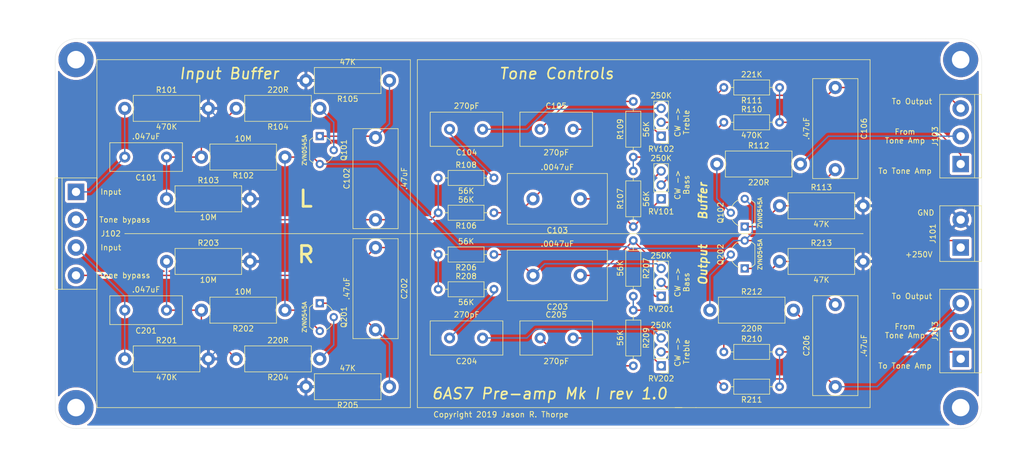
<source format=kicad_pcb>
(kicad_pcb (version 20171130) (host pcbnew "(5.1.4-0-10_14)")
  (layers (0 F.Cu signal) (31 B.Cu signal) (34 B.Paste user) (35 F.Paste user) (36 B.SilkS user) (37 F.SilkS user) (38 B.Mask user) (39 F.Mask user) (44 Edge.Cuts user))
  (net 0 "")
  (net 1 "Net-(C101-Pad1)")
  (net 2 L_buffer_input)
  (net 3 "Net-(C102-Pad2)")
  (net 4 L_buffer_output)
  (net 5 "Net-(C103-Pad2)")
  (net 6 "Net-(C103-Pad1)")
  (net 7 "Net-(C104-Pad1)")
  (net 8 "Net-(C104-Pad2)")
  (net 9 "Net-(C105-Pad2)")
  (net 10 "Net-(C105-Pad1)")
  (net 11 "Net-(C106-Pad2)")
  (net 12 L_tone_output)
  (net 13 R_buffer_input)
  (net 14 "Net-(C201-Pad1)")
  (net 15 R_buffer_output)
  (net 16 "Net-(C202-Pad2)")
  (net 17 "Net-(C203-Pad1)")
  (net 18 "Net-(C203-Pad2)")
  (net 19 "Net-(C204-Pad1)")
  (net 20 "Net-(C204-Pad2)")
  (net 21 "Net-(C205-Pad2)")
  (net 22 "Net-(C205-Pad1)")
  (net 23 R_tone_output)
  (net 24 "Net-(C206-Pad2)")
  (net 25 +250V)
  (net 26 GND)
  (net 27 L_tone_amp_output)
  (net 28 L_tone_amp_input)
  (net 29 R_tone_amp_input)
  (net 30 R_tone_amp_output)
  (net 31 "Net-(Q101-Pad2)")
  (net 32 "Net-(Q102-Pad2)")
  (net 33 "Net-(Q201-Pad2)")
  (net 34 "Net-(Q202-Pad2)")
  (net 35 "Net-(R110-Pad1)")
  (net 36 "Net-(R111-Pad2)")
  (net 37 "Net-(R210-Pad1)")
  (net 38 "Net-(R211-Pad2)")
  (module Package_TO_SOT_THT:TO-92_Wide (layer F.Cu) (at 88.9 97.79 270)
    (fp_text reference Q101 (at 2.54 -4.4 90) (layer F.SilkS))
    (fp_text value ZVN0545A (at 2.54 2.79 90) (layer F.SilkS) (effects (font (size 0.75 0.75))))
    (pad 1 thru_hole rect (at 0 0) (size 1.5 1.5) (drill 0.8) (layers *.Cu *.Mask) (net 3 "Net-(C102-Pad2)"))
    (pad 3 thru_hole circle (at 5.08 0) (size 1.5 1.5) (drill 0.8) (layers *.Cu *.Mask) (net 25 +250V))
    (pad 2 thru_hole circle (at 2.54 -2.54) (size 1.5 1.5) (drill 0.8) (layers *.Cu *.Mask) (net 31 "Net-(Q101-Pad2)"))
  )
  (module Package_TO_SOT_THT:TO-92_Wide (layer F.Cu) (at 166.37 114.3 90)
    (fp_text reference Q102 (at 2.54 -4.4 90) (layer F.SilkS))
    (fp_text value ZVN0545A (at 2.54 2.79 90) (layer F.SilkS) (effects (font (size 0.75 0.75))))
    (pad 1 thru_hole rect (at 0 0 180) (size 1.5 1.5) (drill 0.8) (layers *.Cu *.Mask) (net 11 "Net-(C106-Pad2)"))
    (pad 3 thru_hole circle (at 5.08 0 180) (size 1.5 1.5) (drill 0.8) (layers *.Cu *.Mask) (net 25 +250V))
    (pad 2 thru_hole circle (at 2.54 -2.54 180) (size 1.5 1.5) (drill 0.8) (layers *.Cu *.Mask) (net 32 "Net-(Q102-Pad2)"))
  )
  (module Package_TO_SOT_THT:TO-92_Wide (layer F.Cu) (at 88.9 128.27 270)
    (fp_text reference Q201 (at 2.54 -4.4 90) (layer F.SilkS))
    (fp_text value ZVN0545A (at 2.54 2.79 90) (layer F.SilkS) (effects (font (size 0.75 0.75))))
    (pad 1 thru_hole rect (at 0 0) (size 1.5 1.5) (drill 0.8) (layers *.Cu *.Mask) (net 16 "Net-(C202-Pad2)"))
    (pad 3 thru_hole circle (at 5.08 0) (size 1.5 1.5) (drill 0.8) (layers *.Cu *.Mask) (net 25 +250V))
    (pad 2 thru_hole circle (at 2.54 -2.54) (size 1.5 1.5) (drill 0.8) (layers *.Cu *.Mask) (net 33 "Net-(Q201-Pad2)"))
  )
  (module Package_TO_SOT_THT:TO-92_Wide (layer F.Cu) (at 166.37 121.92 90)
    (fp_text reference Q202 (at 2.54 -4.4 90) (layer F.SilkS))
    (fp_text value ZVN0545A (at 2.54 2.79 90) (layer F.SilkS) (effects (font (size 0.75 0.75))))
    (pad 1 thru_hole rect (at 0 0 180) (size 1.5 1.5) (drill 0.8) (layers *.Cu *.Mask) (net 24 "Net-(C206-Pad2)"))
    (pad 3 thru_hole circle (at 5.08 0 180) (size 1.5 1.5) (drill 0.8) (layers *.Cu *.Mask) (net 25 +250V))
    (pad 2 thru_hole circle (at 2.54 -2.54 180) (size 1.5 1.5) (drill 0.8) (layers *.Cu *.Mask) (net 34 "Net-(Q202-Pad2)"))
  )
  (module Resistor_THT:R_Axial_DIN0414_L11.9mm_D4.5mm_P15.24mm_Horizontal (layer F.Cu) (at 88.9 138.43 180)
    (fp_text reference R204 (at 7.62 -3.37) (layer F.SilkS))
    (fp_text value 220R (at 7.62 3.37) (layer F.SilkS))
    (pad 2 thru_hole oval (at 15.24 0 180) (size 2.4 2.4) (drill 1.2) (layers *.Cu *.Mask) (net 14 "Net-(C201-Pad1)"))
    (pad 1 thru_hole circle (at 0 0 180) (size 2.4 2.4) (drill 1.2) (layers *.Cu *.Mask) (net 33 "Net-(Q201-Pad2)"))
  )
  (module MountingHole:MountingHole_3.2mm_M3_Pad (layer F.Cu) (at 205.74 83.82)
    (fp_text reference REF** hide)
    (fp_text value MountingHole_3.2mm_M3_Pad hide)
    (pad 1 thru_hole circle (at 0 0) (size 6.4 6.4) (drill 3.2) (layers *.Cu *.Mask))
  )
  (module MountingHole:MountingHole_3.2mm_M3_Pad (layer F.Cu) (at 205.74 147.32)
    (fp_text reference REF** hide)
    (fp_text value MountingHole_3.2mm_M3_Pad hide)
    (pad 1 thru_hole circle (at 0 0) (size 6.4 6.4) (drill 3.2) (layers *.Cu *.Mask))
  )
  (module MountingHole:MountingHole_3.2mm_M3_Pad (layer F.Cu) (at 44.45 147.32)
    (fp_text reference REF** hide)
    (fp_text value MountingHole_3.2mm_M3_Pad hide)
    (pad 1 thru_hole circle (at 0 0) (size 6.4 6.4) (drill 3.2) (layers *.Cu *.Mask))
  )
  (module MountingHole:MountingHole_3.2mm_M3_Pad (layer F.Cu) (at 44.45 83.82)
    (fp_text reference REF** hide)
    (fp_text value MountingHole_3.2mm_M3_Pad hide)
    (pad 1 thru_hole circle (at 0 0) (size 6.4 6.4) (drill 3.2) (layers *.Cu *.Mask))
  )
  (module jrt-Capacitors:C_Rect_L13.0mm_W5.0mm_P7.50mm (layer F.Cu) (at 62.23 101.6 180)
    (fp_text reference C101 (at 5 -3.75) (layer F.SilkS))
    (fp_text value .047uF (at 5 3.75) (layer F.SilkS))
    (pad 1 thru_hole circle (at 1.27 0 180) (size 2 2) (drill 1) (layers *.Cu *.Mask) (net 1 "Net-(C101-Pad1)"))
    (pad 2 thru_hole circle (at 8.89 0 180) (size 2 2) (drill 1) (layers *.Cu *.Mask) (net 2 L_buffer_input))
  )
  (module Capacitor_THT:C_Rect_L18.0mm_W8.0mm_P15.00mm_FKS3_FKP3 (layer F.Cu) (at 99.06 113.03 90)
    (fp_text reference C102 (at 7.5 -5.25 90) (layer F.SilkS))
    (fp_text value .47uF (at 7.5 5.25 90) (layer F.SilkS))
    (pad 2 thru_hole circle (at 15 0 90) (size 2.4 2.4) (drill 1.2) (layers *.Cu *.Mask) (net 3 "Net-(C102-Pad2)"))
    (pad 1 thru_hole circle (at 0 0 90) (size 2.4 2.4) (drill 1.2) (layers *.Cu *.Mask) (net 4 L_buffer_output))
  )
  (module jrt-Capacitors:C_Rect_L18.0mm_W9.0mm_P8.70mm (layer F.Cu) (at 139.7 109.22 180)
    (fp_text reference C103 (at 7.5 -5.75) (layer F.SilkS))
    (fp_text value .0047uF (at 7.5 5.75) (layer F.SilkS))
    (pad 2 thru_hole circle (at 11.93 0 180) (size 2.4 2.4) (drill 1.2) (layers *.Cu *.Mask) (net 5 "Net-(C103-Pad2)"))
    (pad 1 thru_hole circle (at 3.31 0 180) (size 2.4 2.4) (drill 1.2) (layers *.Cu *.Mask) (net 6 "Net-(C103-Pad1)"))
  )
  (module jrt-Capacitors:C_Rect_L13.0mm_W6.0mm_P5.90mm (layer F.Cu) (at 120.65 96.52 180)
    (fp_text reference C104 (at 5 -4.25) (layer F.SilkS))
    (fp_text value 270pF (at 5 4.25) (layer F.SilkS))
    (pad 1 thru_hole circle (at 2.07 0 180) (size 2 2) (drill 1) (layers *.Cu *.Mask) (net 7 "Net-(C104-Pad1)"))
    (pad 2 thru_hole circle (at 8.09 0 180) (size 2 2) (drill 1) (layers *.Cu *.Mask) (net 8 "Net-(C104-Pad2)"))
  )
  (module jrt-Capacitors:C_Rect_L13.0mm_W6.0mm_P5.90mm (layer F.Cu) (at 127 96.52)
    (fp_text reference C105 (at 5 -4.25) (layer F.SilkS))
    (fp_text value 270pF (at 5 4.25) (layer F.SilkS))
    (pad 2 thru_hole circle (at 8.09 0) (size 2 2) (drill 1) (layers *.Cu *.Mask) (net 9 "Net-(C105-Pad2)"))
    (pad 1 thru_hole circle (at 2.07 0) (size 2 2) (drill 1) (layers *.Cu *.Mask) (net 10 "Net-(C105-Pad1)"))
  )
  (module Capacitor_THT:C_Rect_L18.0mm_W8.0mm_P15.00mm_FKS3_FKP3 (layer F.Cu) (at 182.88 88.9 270)
    (fp_text reference C106 (at 7.5 -5.25 90) (layer F.SilkS))
    (fp_text value .47uF (at 7.5 5.25 90) (layer F.SilkS))
    (pad 2 thru_hole circle (at 15 0 270) (size 2.4 2.4) (drill 1.2) (layers *.Cu *.Mask) (net 11 "Net-(C106-Pad2)"))
    (pad 1 thru_hole circle (at 0 0 270) (size 2.4 2.4) (drill 1.2) (layers *.Cu *.Mask) (net 12 L_tone_output))
  )
  (module jrt-Capacitors:C_Rect_L13.0mm_W5.0mm_P7.50mm (layer F.Cu) (at 62.23 129.54 180)
    (fp_text reference C201 (at 5 -3.75) (layer F.SilkS))
    (fp_text value .047uF (at 5 3.75) (layer F.SilkS))
    (pad 2 thru_hole circle (at 8.89 0 180) (size 2 2) (drill 1) (layers *.Cu *.Mask) (net 13 R_buffer_input))
    (pad 1 thru_hole circle (at 1.27 0 180) (size 2 2) (drill 1) (layers *.Cu *.Mask) (net 14 "Net-(C201-Pad1)"))
  )
  (module Capacitor_THT:C_Rect_L18.0mm_W8.0mm_P15.00mm_FKS3_FKP3 (layer F.Cu) (at 99.06 118.11 270)
    (fp_text reference C202 (at 7.5 -5.25 90) (layer F.SilkS))
    (fp_text value .47uF (at 7.5 5.25 90) (layer F.SilkS))
    (pad 1 thru_hole circle (at 0 0 270) (size 2.4 2.4) (drill 1.2) (layers *.Cu *.Mask) (net 15 R_buffer_output))
    (pad 2 thru_hole circle (at 15 0 270) (size 2.4 2.4) (drill 1.2) (layers *.Cu *.Mask) (net 16 "Net-(C202-Pad2)"))
  )
  (module jrt-Capacitors:C_Rect_L18.0mm_W9.0mm_P8.70mm (layer F.Cu) (at 139.7 123.19 180)
    (fp_text reference C203 (at 7.5 -5.75) (layer F.SilkS))
    (fp_text value .0047uF (at 7.5 5.75) (layer F.SilkS))
    (pad 1 thru_hole circle (at 3.31 0 180) (size 2.4 2.4) (drill 1.2) (layers *.Cu *.Mask) (net 17 "Net-(C203-Pad1)"))
    (pad 2 thru_hole circle (at 11.93 0 180) (size 2.4 2.4) (drill 1.2) (layers *.Cu *.Mask) (net 18 "Net-(C203-Pad2)"))
  )
  (module jrt-Capacitors:C_Rect_L13.0mm_W6.0mm_P5.90mm (layer F.Cu) (at 120.65 134.62 180)
    (fp_text reference C204 (at 5 -4.25) (layer F.SilkS))
    (fp_text value 270pF (at 5 4.25) (layer F.SilkS))
    (pad 1 thru_hole circle (at 2.07 0 180) (size 2 2) (drill 1) (layers *.Cu *.Mask) (net 19 "Net-(C204-Pad1)"))
    (pad 2 thru_hole circle (at 8.09 0 180) (size 2 2) (drill 1) (layers *.Cu *.Mask) (net 20 "Net-(C204-Pad2)"))
  )
  (module jrt-Capacitors:C_Rect_L13.0mm_W6.0mm_P5.90mm (layer F.Cu) (at 127 134.62)
    (fp_text reference C205 (at 5 -4.25) (layer F.SilkS))
    (fp_text value 270pF (at 5 4.25) (layer F.SilkS))
    (pad 2 thru_hole circle (at 8.09 0) (size 2 2) (drill 1) (layers *.Cu *.Mask) (net 21 "Net-(C205-Pad2)"))
    (pad 1 thru_hole circle (at 2.07 0) (size 2 2) (drill 1) (layers *.Cu *.Mask) (net 22 "Net-(C205-Pad1)"))
  )
  (module Capacitor_THT:C_Rect_L18.0mm_W8.0mm_P15.00mm_FKS3_FKP3 (layer F.Cu) (at 182.88 143.51 90)
    (fp_text reference C206 (at 7.5 -5.25 90) (layer F.SilkS))
    (fp_text value .47uF (at 7.5 5.25 90) (layer F.SilkS))
    (pad 1 thru_hole circle (at 0 0 90) (size 2.4 2.4) (drill 1.2) (layers *.Cu *.Mask) (net 23 R_tone_output))
    (pad 2 thru_hole circle (at 15 0 90) (size 2.4 2.4) (drill 1.2) (layers *.Cu *.Mask) (net 24 "Net-(C206-Pad2)"))
  )
  (module TerminalBlock:TerminalBlock_bornier-2_P5.08mm (layer F.Cu) (at 205.74 118.11 90)
    (fp_text reference J101 (at 2.54 -5.08 90) (layer F.SilkS))
    (fp_text value Screw_Terminal_01x02)
    (pad 1 thru_hole rect (at 0 0 90) (size 3 3) (drill 1.52) (layers *.Cu *.Mask) (net 25 +250V))
    (pad 2 thru_hole circle (at 5.08 0 90) (size 3 3) (drill 1.52) (layers *.Cu *.Mask) (net 26 GND))
  )
  (module TerminalBlock:TerminalBlock_bornier-4_P5.08mm (layer F.Cu) (at 44.45 107.95 270)
    (fp_text reference J102 (at 7.62 -6.35 180) (layer F.SilkS))
    (fp_text value Screw_Terminal_01x04)
    (pad 2 thru_hole circle (at 5.08 0 270) (size 3 3) (drill 1.52) (layers *.Cu *.Mask) (net 4 L_buffer_output))
    (pad 3 thru_hole circle (at 10.16 0 270) (size 3 3) (drill 1.52) (layers *.Cu *.Mask) (net 13 R_buffer_input))
    (pad 1 thru_hole rect (at 0 0 270) (size 3 3) (drill 1.52) (layers *.Cu *.Mask) (net 2 L_buffer_input))
    (pad 4 thru_hole circle (at 15.24 0 270) (size 3 3) (drill 1.52) (layers *.Cu *.Mask) (net 15 R_buffer_output))
  )
  (module TerminalBlock:TerminalBlock_bornier-3_P5.08mm (layer F.Cu) (at 205.74 102.87 90)
    (fp_text reference J103 (at 5.05 -4.65 90) (layer F.SilkS))
    (fp_text value Screw_Terminal_01x03)
    (pad 3 thru_hole circle (at 10.16 0 90) (size 3 3) (drill 1.52) (layers *.Cu *.Mask) (net 12 L_tone_output))
    (pad 2 thru_hole circle (at 5.08 0 90) (size 3 3) (drill 1.52) (layers *.Cu *.Mask) (net 27 L_tone_amp_output))
    (pad 1 thru_hole rect (at 0 0 90) (size 3 3) (drill 1.52) (layers *.Cu *.Mask) (net 28 L_tone_amp_input))
  )
  (module TerminalBlock:TerminalBlock_bornier-3_P5.08mm (layer F.Cu) (at 205.74 138.43 90)
    (fp_text reference J203 (at 5.05 -4.65 90) (layer F.SilkS))
    (fp_text value Screw_Terminal_01x03)
    (pad 1 thru_hole rect (at 0 0 90) (size 3 3) (drill 1.52) (layers *.Cu *.Mask) (net 29 R_tone_amp_input))
    (pad 2 thru_hole circle (at 5.08 0 90) (size 3 3) (drill 1.52) (layers *.Cu *.Mask) (net 30 R_tone_amp_output))
    (pad 3 thru_hole circle (at 10.16 0 90) (size 3 3) (drill 1.52) (layers *.Cu *.Mask) (net 23 R_tone_output))
  )
  (module Resistor_THT:R_Axial_DIN0414_L11.9mm_D4.5mm_P15.24mm_Horizontal (layer F.Cu) (at 53.34 92.71)
    (fp_text reference R101 (at 7.62 -3.37) (layer F.SilkS))
    (fp_text value 470K (at 7.62 3.37) (layer F.SilkS))
    (pad 1 thru_hole circle (at 0 0) (size 2.4 2.4) (drill 1.2) (layers *.Cu *.Mask) (net 2 L_buffer_input))
    (pad 2 thru_hole oval (at 15.24 0) (size 2.4 2.4) (drill 1.2) (layers *.Cu *.Mask) (net 26 GND))
  )
  (module Resistor_THT:R_Axial_DIN0414_L11.9mm_D4.5mm_P15.24mm_Horizontal (layer F.Cu) (at 82.55 101.6 180)
    (fp_text reference R102 (at 7.62 -3.37) (layer F.SilkS))
    (fp_text value 10M (at 7.62 3.37) (layer F.SilkS))
    (pad 1 thru_hole circle (at 0 0 180) (size 2.4 2.4) (drill 1.2) (layers *.Cu *.Mask) (net 25 +250V))
    (pad 2 thru_hole oval (at 15.24 0 180) (size 2.4 2.4) (drill 1.2) (layers *.Cu *.Mask) (net 1 "Net-(C101-Pad1)"))
  )
  (module Resistor_THT:R_Axial_DIN0414_L11.9mm_D4.5mm_P15.24mm_Horizontal (layer F.Cu) (at 60.96 109.22)
    (fp_text reference R103 (at 7.62 -3.37) (layer F.SilkS))
    (fp_text value 10M (at 7.62 3.37) (layer F.SilkS))
    (pad 2 thru_hole oval (at 15.24 0) (size 2.4 2.4) (drill 1.2) (layers *.Cu *.Mask) (net 26 GND))
    (pad 1 thru_hole circle (at 0 0) (size 2.4 2.4) (drill 1.2) (layers *.Cu *.Mask) (net 1 "Net-(C101-Pad1)"))
  )
  (module Resistor_THT:R_Axial_DIN0414_L11.9mm_D4.5mm_P15.24mm_Horizontal (layer F.Cu) (at 88.9 92.71 180)
    (fp_text reference R104 (at 7.62 -3.37) (layer F.SilkS))
    (fp_text value 220R (at 7.62 3.37) (layer F.SilkS))
    (pad 1 thru_hole circle (at 0 0 180) (size 2.4 2.4) (drill 1.2) (layers *.Cu *.Mask) (net 31 "Net-(Q101-Pad2)"))
    (pad 2 thru_hole oval (at 15.24 0 180) (size 2.4 2.4) (drill 1.2) (layers *.Cu *.Mask) (net 1 "Net-(C101-Pad1)"))
  )
  (module Resistor_THT:R_Axial_DIN0414_L11.9mm_D4.5mm_P15.24mm_Horizontal (layer F.Cu) (at 101.6 87.63 180)
    (fp_text reference R105 (at 7.62 -3.37) (layer F.SilkS))
    (fp_text value 47K (at 7.62 3.37) (layer F.SilkS))
    (pad 2 thru_hole oval (at 15.24 0 180) (size 2.4 2.4) (drill 1.2) (layers *.Cu *.Mask) (net 26 GND))
    (pad 1 thru_hole circle (at 0 0 180) (size 2.4 2.4) (drill 1.2) (layers *.Cu *.Mask) (net 3 "Net-(C102-Pad2)"))
  )
  (module Resistor_THT:R_Axial_DIN0207_L6.3mm_D2.5mm_P10.16mm_Horizontal (layer F.Cu) (at 120.65 111.76 180)
    (fp_text reference R106 (at 5.08 -2.37) (layer F.SilkS))
    (fp_text value 56K (at 5.08 2.37) (layer F.SilkS))
    (pad 2 thru_hole oval (at 10.16 0 180) (size 1.6 1.6) (drill 0.8) (layers *.Cu *.Mask) (net 4 L_buffer_output))
    (pad 1 thru_hole circle (at 0 0 180) (size 1.6 1.6) (drill 0.8) (layers *.Cu *.Mask) (net 5 "Net-(C103-Pad2)"))
  )
  (module Resistor_THT:R_Axial_DIN0207_L6.3mm_D2.5mm_P10.16mm_Horizontal (layer F.Cu) (at 146.05 114.3 90)
    (fp_text reference R107 (at 5.08 -2.37 90) (layer F.SilkS))
    (fp_text value 56K (at 5.08 2.37 90) (layer F.SilkS))
    (pad 2 thru_hole oval (at 10.16 0 90) (size 1.6 1.6) (drill 0.8) (layers *.Cu *.Mask) (net 12 L_tone_output))
    (pad 1 thru_hole circle (at 0 0 90) (size 1.6 1.6) (drill 0.8) (layers *.Cu *.Mask) (net 6 "Net-(C103-Pad1)"))
  )
  (module Resistor_THT:R_Axial_DIN0207_L6.3mm_D2.5mm_P10.16mm_Horizontal (layer F.Cu) (at 110.49 105.41)
    (fp_text reference R108 (at 5.08 -2.37) (layer F.SilkS))
    (fp_text value 56K (at 5.08 2.37) (layer F.SilkS))
    (pad 1 thru_hole circle (at 0 0) (size 1.6 1.6) (drill 0.8) (layers *.Cu *.Mask) (net 4 L_buffer_output))
    (pad 2 thru_hole oval (at 10.16 0) (size 1.6 1.6) (drill 0.8) (layers *.Cu *.Mask) (net 8 "Net-(C104-Pad2)"))
  )
  (module Resistor_THT:R_Axial_DIN0207_L6.3mm_D2.5mm_P10.16mm_Horizontal (layer F.Cu) (at 146.05 101.6 90)
    (fp_text reference R109 (at 5.08 -2.37 90) (layer F.SilkS))
    (fp_text value 56K (at 5.08 2.37 90) (layer F.SilkS))
    (pad 1 thru_hole circle (at 0 0 90) (size 1.6 1.6) (drill 0.8) (layers *.Cu *.Mask) (net 12 L_tone_output))
    (pad 2 thru_hole oval (at 10.16 0 90) (size 1.6 1.6) (drill 0.8) (layers *.Cu *.Mask) (net 10 "Net-(C105-Pad1)"))
  )
  (module Resistor_THT:R_Axial_DIN0207_L6.3mm_D2.5mm_P10.16mm_Horizontal (layer F.Cu) (at 162.56 95.25)
    (fp_text reference R110 (at 5.08 -2.37) (layer F.SilkS))
    (fp_text value 470K (at 5.08 2.37) (layer F.SilkS))
    (pad 1 thru_hole circle (at 0 0) (size 1.6 1.6) (drill 0.8) (layers *.Cu *.Mask) (net 35 "Net-(R110-Pad1)"))
    (pad 2 thru_hole oval (at 10.16 0) (size 1.6 1.6) (drill 0.8) (layers *.Cu *.Mask) (net 28 L_tone_amp_input))
  )
  (module Resistor_THT:R_Axial_DIN0207_L6.3mm_D2.5mm_P10.16mm_Horizontal (layer F.Cu) (at 172.72 88.9 180)
    (fp_text reference R111 (at 5.08 -2.37) (layer F.SilkS))
    (fp_text value 221K (at 5.08 2.37) (layer F.SilkS))
    (pad 2 thru_hole oval (at 10.16 0 180) (size 1.6 1.6) (drill 0.8) (layers *.Cu *.Mask) (net 36 "Net-(R111-Pad2)"))
    (pad 1 thru_hole circle (at 0 0 180) (size 1.6 1.6) (drill 0.8) (layers *.Cu *.Mask) (net 28 L_tone_amp_input))
  )
  (module Resistor_THT:R_Axial_DIN0414_L11.9mm_D4.5mm_P15.24mm_Horizontal (layer F.Cu) (at 161.29 102.87)
    (fp_text reference R112 (at 7.62 -3.37) (layer F.SilkS))
    (fp_text value 220R (at 7.62 3.37) (layer F.SilkS))
    (pad 2 thru_hole oval (at 15.24 0) (size 2.4 2.4) (drill 1.2) (layers *.Cu *.Mask) (net 27 L_tone_amp_output))
    (pad 1 thru_hole circle (at 0 0) (size 2.4 2.4) (drill 1.2) (layers *.Cu *.Mask) (net 32 "Net-(Q102-Pad2)"))
  )
  (module Resistor_THT:R_Axial_DIN0414_L11.9mm_D4.5mm_P15.24mm_Horizontal (layer F.Cu) (at 172.72 110.49)
    (fp_text reference R113 (at 7.62 -3.37) (layer F.SilkS))
    (fp_text value 47K (at 7.62 3.37) (layer F.SilkS))
    (pad 1 thru_hole circle (at 0 0) (size 2.4 2.4) (drill 1.2) (layers *.Cu *.Mask) (net 11 "Net-(C106-Pad2)"))
    (pad 2 thru_hole oval (at 15.24 0) (size 2.4 2.4) (drill 1.2) (layers *.Cu *.Mask) (net 26 GND))
  )
  (module Resistor_THT:R_Axial_DIN0414_L11.9mm_D4.5mm_P15.24mm_Horizontal (layer F.Cu) (at 53.34 138.43)
    (fp_text reference R201 (at 7.62 -3.37) (layer F.SilkS))
    (fp_text value 470K (at 7.62 3.37) (layer F.SilkS))
    (pad 2 thru_hole oval (at 15.24 0) (size 2.4 2.4) (drill 1.2) (layers *.Cu *.Mask) (net 26 GND))
    (pad 1 thru_hole circle (at 0 0) (size 2.4 2.4) (drill 1.2) (layers *.Cu *.Mask) (net 13 R_buffer_input))
  )
  (module Resistor_THT:R_Axial_DIN0414_L11.9mm_D4.5mm_P15.24mm_Horizontal (layer F.Cu) (at 82.55 129.54 180)
    (fp_text reference R202 (at 7.62 -3.37) (layer F.SilkS))
    (fp_text value 10M (at 7.62 3.37) (layer F.SilkS))
    (pad 1 thru_hole circle (at 0 0 180) (size 2.4 2.4) (drill 1.2) (layers *.Cu *.Mask) (net 25 +250V))
    (pad 2 thru_hole oval (at 15.24 0 180) (size 2.4 2.4) (drill 1.2) (layers *.Cu *.Mask) (net 14 "Net-(C201-Pad1)"))
  )
  (module Resistor_THT:R_Axial_DIN0414_L11.9mm_D4.5mm_P15.24mm_Horizontal (layer F.Cu) (at 60.96 120.65)
    (fp_text reference R203 (at 7.62 -3.37) (layer F.SilkS))
    (fp_text value 10M (at 7.62 3.37) (layer F.SilkS))
    (pad 2 thru_hole oval (at 15.24 0) (size 2.4 2.4) (drill 1.2) (layers *.Cu *.Mask) (net 26 GND))
    (pad 1 thru_hole circle (at 0 0) (size 2.4 2.4) (drill 1.2) (layers *.Cu *.Mask) (net 14 "Net-(C201-Pad1)"))
  )
  (module Resistor_THT:R_Axial_DIN0414_L11.9mm_D4.5mm_P15.24mm_Horizontal (layer F.Cu) (at 101.6 143.51 180)
    (fp_text reference R205 (at 7.62 -3.37) (layer F.SilkS))
    (fp_text value 47K (at 7.62 3.37) (layer F.SilkS))
    (pad 1 thru_hole circle (at 0 0 180) (size 2.4 2.4) (drill 1.2) (layers *.Cu *.Mask) (net 16 "Net-(C202-Pad2)"))
    (pad 2 thru_hole oval (at 15.24 0 180) (size 2.4 2.4) (drill 1.2) (layers *.Cu *.Mask) (net 26 GND))
  )
  (module Resistor_THT:R_Axial_DIN0207_L6.3mm_D2.5mm_P10.16mm_Horizontal (layer F.Cu) (at 120.65 119.38 180)
    (fp_text reference R206 (at 5.08 -2.37) (layer F.SilkS))
    (fp_text value 56K (at 5.08 2.37) (layer F.SilkS))
    (pad 2 thru_hole oval (at 10.16 0 180) (size 1.6 1.6) (drill 0.8) (layers *.Cu *.Mask) (net 15 R_buffer_output))
    (pad 1 thru_hole circle (at 0 0 180) (size 1.6 1.6) (drill 0.8) (layers *.Cu *.Mask) (net 18 "Net-(C203-Pad2)"))
  )
  (module Resistor_THT:R_Axial_DIN0207_L6.3mm_D2.5mm_P10.16mm_Horizontal (layer F.Cu) (at 146.05 116.84 270)
    (fp_text reference R207 (at 5.08 -2.37 90) (layer F.SilkS))
    (fp_text value 56K (at 5.08 2.37 90) (layer F.SilkS))
    (pad 1 thru_hole circle (at 0 0 270) (size 1.6 1.6) (drill 0.8) (layers *.Cu *.Mask) (net 17 "Net-(C203-Pad1)"))
    (pad 2 thru_hole oval (at 10.16 0 270) (size 1.6 1.6) (drill 0.8) (layers *.Cu *.Mask) (net 23 R_tone_output))
  )
  (module Resistor_THT:R_Axial_DIN0207_L6.3mm_D2.5mm_P10.16mm_Horizontal (layer F.Cu) (at 110.49 125.73)
    (fp_text reference R208 (at 5.08 -2.37) (layer F.SilkS))
    (fp_text value 56K (at 5.08 2.37) (layer F.SilkS))
    (pad 1 thru_hole circle (at 0 0) (size 1.6 1.6) (drill 0.8) (layers *.Cu *.Mask) (net 15 R_buffer_output))
    (pad 2 thru_hole oval (at 10.16 0) (size 1.6 1.6) (drill 0.8) (layers *.Cu *.Mask) (net 20 "Net-(C204-Pad2)"))
  )
  (module Resistor_THT:R_Axial_DIN0207_L6.3mm_D2.5mm_P10.16mm_Horizontal (layer F.Cu) (at 146.05 129.54 270)
    (fp_text reference R209 (at 5.08 -2.37 90) (layer F.SilkS))
    (fp_text value 56K (at 5.08 2.37 90) (layer F.SilkS))
    (pad 2 thru_hole oval (at 10.16 0 270) (size 1.6 1.6) (drill 0.8) (layers *.Cu *.Mask) (net 22 "Net-(C205-Pad1)"))
    (pad 1 thru_hole circle (at 0 0 270) (size 1.6 1.6) (drill 0.8) (layers *.Cu *.Mask) (net 23 R_tone_output))
  )
  (module Resistor_THT:R_Axial_DIN0207_L6.3mm_D2.5mm_P10.16mm_Horizontal (layer F.Cu) (at 162.56 137.16)
    (fp_text reference R210 (at 5.08 -2.37) (layer F.SilkS))
    (fp_text value 470K)
    (pad 1 thru_hole circle (at 0 0) (size 1.6 1.6) (drill 0.8) (layers *.Cu *.Mask) (net 37 "Net-(R210-Pad1)"))
    (pad 2 thru_hole oval (at 10.16 0) (size 1.6 1.6) (drill 0.8) (layers *.Cu *.Mask) (net 29 R_tone_amp_input))
  )
  (module Resistor_THT:R_Axial_DIN0207_L6.3mm_D2.5mm_P10.16mm_Horizontal (layer F.Cu) (at 172.72 143.51 180)
    (fp_text reference R211 (at 5.08 -2.37) (layer F.SilkS))
    (fp_text value 221K)
    (pad 2 thru_hole oval (at 10.16 0 180) (size 1.6 1.6) (drill 0.8) (layers *.Cu *.Mask) (net 38 "Net-(R211-Pad2)"))
    (pad 1 thru_hole circle (at 0 0 180) (size 1.6 1.6) (drill 0.8) (layers *.Cu *.Mask) (net 29 R_tone_amp_input))
  )
  (module Resistor_THT:R_Axial_DIN0414_L11.9mm_D4.5mm_P15.24mm_Horizontal (layer F.Cu) (at 160.02 129.54)
    (fp_text reference R212 (at 7.62 -3.37) (layer F.SilkS))
    (fp_text value 220R (at 7.62 3.37) (layer F.SilkS))
    (pad 1 thru_hole circle (at 0 0) (size 2.4 2.4) (drill 1.2) (layers *.Cu *.Mask) (net 34 "Net-(Q202-Pad2)"))
    (pad 2 thru_hole oval (at 15.24 0) (size 2.4 2.4) (drill 1.2) (layers *.Cu *.Mask) (net 30 R_tone_amp_output))
  )
  (module Resistor_THT:R_Axial_DIN0414_L11.9mm_D4.5mm_P15.24mm_Horizontal (layer F.Cu) (at 172.72 120.65)
    (fp_text reference R213 (at 7.62 -3.37) (layer F.SilkS))
    (fp_text value 47K (at 7.62 3.37) (layer F.SilkS))
    (pad 2 thru_hole oval (at 15.24 0) (size 2.4 2.4) (drill 1.2) (layers *.Cu *.Mask) (net 26 GND))
    (pad 1 thru_hole circle (at 0 0) (size 2.4 2.4) (drill 1.2) (layers *.Cu *.Mask) (net 24 "Net-(C206-Pad2)"))
  )
  (module Connector_PinHeader_2.54mm:PinHeader_1x03_P2.54mm_Vertical (layer F.Cu) (at 151.13 109.22 180)
    (fp_text reference RV101 (at 0 -2.33) (layer F.SilkS))
    (fp_text value 250K (at 0 7.41) (layer F.SilkS))
    (pad 1 thru_hole rect (at 0 0 180) (size 1.7 1.7) (drill 1) (layers *.Cu *.Mask) (net 6 "Net-(C103-Pad1)"))
    (pad 2 thru_hole oval (at 0 2.54 180) (size 1.7 1.7) (drill 1) (layers *.Cu *.Mask) (net 35 "Net-(R110-Pad1)"))
    (pad 3 thru_hole oval (at 0 5.08 180) (size 1.7 1.7) (drill 1) (layers *.Cu *.Mask) (net 5 "Net-(C103-Pad2)"))
  )
  (module Connector_PinHeader_2.54mm:PinHeader_1x03_P2.54mm_Vertical (layer F.Cu) (at 151.13 97.79 180)
    (fp_text reference RV102 (at 0 -2.33) (layer F.SilkS))
    (fp_text value 250K (at 0 7.41) (layer F.SilkS))
    (pad 3 thru_hole oval (at 0 5.08 180) (size 1.7 1.7) (drill 1) (layers *.Cu *.Mask) (net 7 "Net-(C104-Pad1)"))
    (pad 2 thru_hole oval (at 0 2.54 180) (size 1.7 1.7) (drill 1) (layers *.Cu *.Mask) (net 36 "Net-(R111-Pad2)"))
    (pad 1 thru_hole rect (at 0 0 180) (size 1.7 1.7) (drill 1) (layers *.Cu *.Mask) (net 9 "Net-(C105-Pad2)"))
  )
  (module Connector_PinHeader_2.54mm:PinHeader_1x03_P2.54mm_Vertical (layer F.Cu) (at 151.13 127 180)
    (fp_text reference RV201 (at 0 -2.33) (layer F.SilkS))
    (fp_text value 250K (at 0 7.41) (layer F.SilkS))
    (pad 3 thru_hole oval (at 0 5.08 180) (size 1.7 1.7) (drill 1) (layers *.Cu *.Mask) (net 18 "Net-(C203-Pad2)"))
    (pad 2 thru_hole oval (at 0 2.54 180) (size 1.7 1.7) (drill 1) (layers *.Cu *.Mask) (net 37 "Net-(R210-Pad1)"))
    (pad 1 thru_hole rect (at 0 0 180) (size 1.7 1.7) (drill 1) (layers *.Cu *.Mask) (net 17 "Net-(C203-Pad1)"))
  )
  (module Connector_PinHeader_2.54mm:PinHeader_1x03_P2.54mm_Vertical (layer F.Cu) (at 151.13 139.7 180)
    (fp_text reference RV202 (at 0 -2.33) (layer F.SilkS))
    (fp_text value 250K (at 0 7.41) (layer F.SilkS))
    (pad 1 thru_hole rect (at 0 0 180) (size 1.7 1.7) (drill 1) (layers *.Cu *.Mask) (net 21 "Net-(C205-Pad2)"))
    (pad 2 thru_hole oval (at 0 2.54 180) (size 1.7 1.7) (drill 1) (layers *.Cu *.Mask) (net 38 "Net-(R211-Pad2)"))
    (pad 3 thru_hole oval (at 0 5.08 180) (size 1.7 1.7) (drill 1) (layers *.Cu *.Mask) (net 19 "Net-(C204-Pad1)"))
  )
  (gr_line (start 199.39 151.13) (end 205.74 151.13) (layer Edge.Cuts) (width 0.05))
  (gr_line (start 199.39 80.01) (end 205.74 80.01) (layer Edge.Cuts) (width 0.05))
  (gr_text "Copyright 2019 Jason R. Thorpe" (at 121.92 148.59) (layer F.SilkS) (effects (font (size 1 1))))
  (gr_text "6AS7 Pre-amp Mk I rev 1.0" (at 130.81 144.78) (layer F.SilkS) (effects (font (size 2 2) (thickness 0.3) italic)))
  (gr_line (start 53.34 115.57) (end 187.96 115.57) (layer F.SilkS) (width 0.12))
  (gr_text "Tone bypass" (at 53.34 123.19) (layer F.SilkS) (effects (font (size 1 1))))
  (gr_text "Tone bypass" (at 53.34 113.03) (layer F.SilkS) (effects (font (size 1 1))))
  (gr_text Input (at 50.8 118.11) (layer F.SilkS) (effects (font (size 1 1))))
  (gr_text Input (at 50.8 107.95) (layer F.SilkS) (effects (font (size 1 1))))
  (gr_line (start 157.48 147.32) (end 189.23 147.32) (layer F.SilkS) (width 0.12))
  (gr_line (start 157.48 83.82) (end 189.23 83.82) (layer F.SilkS) (width 0.12))
  (gr_text "To Tone Amp" (at 195.58 139.7) (layer F.SilkS) (effects (font (size 1 1))))
  (gr_text "From\nTone Amp" (at 195.58 133.35) (layer F.SilkS) (effects (font (size 1 1))))
  (gr_text "To Output" (at 196.85 127) (layer F.SilkS) (effects (font (size 1 1))))
  (gr_text "To Output" (at 196.85 91.44) (layer F.SilkS) (effects (font (size 1 1))))
  (gr_text "From\nTone Amp" (at 195.58 97.79) (layer F.SilkS) (effects (font (size 1 1))))
  (gr_text "To Tone Amp" (at 195.58 104.14) (layer F.SilkS) (effects (font (size 1 1))))
  (gr_text GND (at 199.39 111.76) (layer F.SilkS) (effects (font (size 1 1))))
  (gr_text +250V (at 198.12 119.38) (layer F.SilkS) (effects (font (size 1 1))))
  (gr_line (start 40.64 147.32) (end 40.64 83.82) (layer Edge.Cuts) (width 0.05))
  (gr_line (start 199.39 151.13) (end 44.45 151.13) (layer Edge.Cuts) (width 0.05))
  (gr_line (start 209.55 83.82) (end 209.55 147.32) (layer Edge.Cuts) (width 0.05))
  (gr_line (start 44.45 80.01) (end 199.39 80.01) (layer Edge.Cuts) (width 0.05))
  (gr_arc (start 205.74 83.82) (end 209.55 83.82) (angle -90) (layer Edge.Cuts) (width 0.05))
  (gr_arc (start 205.74 147.32) (end 205.74 151.13) (angle -90) (layer Edge.Cuts) (width 0.05))
  (gr_arc (start 44.45 147.32) (end 40.64 147.32) (angle -90) (layer Edge.Cuts) (width 0.05))
  (gr_arc (start 44.45 83.82) (end 44.45 80.01) (angle -90) (layer Edge.Cuts) (width 0.05))
  (gr_line (start 189.23 83.82) (end 189.23 147.32) (layer F.SilkS) (width 0.12))
  (gr_text "Output    Buffer" (at 158.75 115.57 90) (layer F.SilkS) (effects (font (size 1.5 1.5) (thickness 0.3) italic)))
  (gr_line (start 157.48 147.32) (end 153.67 147.32) (layer F.SilkS) (width 0.12))
  (gr_line (start 154.94 83.82) (end 157.48 83.82) (layer F.SilkS) (width 0.12))
  (gr_text "Tone Controls" (at 132.08 86.36) (layer F.SilkS) (effects (font (size 2 2) (thickness 0.3) italic)))
  (gr_line (start 106.68 147.32) (end 106.68 83.82) (layer F.SilkS) (width 0.12))
  (gr_line (start 154.94 147.32) (end 106.68 147.32) (layer F.SilkS) (width 0.12))
  (gr_line (start 106.68 83.82) (end 154.94 83.82) (layer F.SilkS) (width 0.12))
  (gr_text "CW ->\nTreble" (at 154.94 137.16 90) (layer F.SilkS) (effects (font (size 1 1))))
  (gr_text "CW ->\nTreble" (at 154.94 95.25 90) (layer F.SilkS) (effects (font (size 1 1))))
  (gr_text "CW ->\nBass" (at 154.94 124.46 90) (layer F.SilkS) (effects (font (size 1 1))))
  (gr_text "CW ->\nBass" (at 154.94 106.68 90) (layer F.SilkS) (effects (font (size 1 1))))
  (gr_line (start 48.26 147.32) (end 48.26 83.82) (layer F.SilkS) (width 0.12))
  (gr_line (start 105.41 147.32) (end 48.26 147.32) (layer F.SilkS) (width 0.12))
  (gr_line (start 105.41 83.82) (end 105.41 147.32) (layer F.SilkS) (width 0.12))
  (gr_line (start 48.26 83.82) (end 105.41 83.82) (layer F.SilkS) (width 0.12))
  (gr_text "Input Buffer" (at 72.39 86.36) (layer F.SilkS) (effects (font (size 2 2) (thickness 0.3) italic)))
  (gr_text R (at 86.36 119.38) (layer F.SilkS) (effects (font (size 3 3) (thickness 0.5))))
  (gr_text L (at 86.36 109.22) (layer F.SilkS) (effects (font (size 3 3) (thickness 0.5))))
  (segment (start 60.96 101.6) (end 60.96 109.22) (width 0.25) (layer B.Cu) (net 1))
  (segment (start 67.31 99.06) (end 73.66 92.71) (width 0.25) (layer F.Cu) (net 1))
  (segment (start 67.31 101.6) (end 67.31 99.06) (width 0.25) (layer F.Cu) (net 1))
  (segment (start 60.96 101.6) (end 67.31 101.6) (width 0.25) (layer F.Cu) (net 1))
  (segment (start 53.34 101.6) (end 53.34 92.71) (width 0.25) (layer B.Cu) (net 2))
  (segment (start 46.99 107.95) (end 53.34 101.6) (width 0.25) (layer B.Cu) (net 2))
  (segment (start 44.45 107.95) (end 46.99 107.95) (width 0.25) (layer B.Cu) (net 2))
  (segment (start 101.6 95.49) (end 99.06 98.03) (width 0.25) (layer B.Cu) (net 3))
  (segment (start 101.6 87.63) (end 101.6 95.49) (width 0.25) (layer B.Cu) (net 3))
  (segment (start 98.82 97.79) (end 99.06 98.03) (width 0.25) (layer F.Cu) (net 3))
  (segment (start 88.9 97.79) (end 98.82 97.79) (width 0.25) (layer F.Cu) (net 3))
  (segment (start 44.45 113.03) (end 99.06 113.03) (width 0.25) (layer F.Cu) (net 4))
  (segment (start 109.22 113.03) (end 110.49 111.76) (width 0.25) (layer F.Cu) (net 4))
  (segment (start 99.06 113.03) (end 109.22 113.03) (width 0.25) (layer F.Cu) (net 4))
  (segment (start 110.49 111.76) (end 110.49 105.41) (width 0.25) (layer B.Cu) (net 4))
  (segment (start 125.23 111.76) (end 127.77 109.22) (width 0.25) (layer F.Cu) (net 5))
  (segment (start 120.65 111.76) (end 125.23 111.76) (width 0.25) (layer F.Cu) (net 5))
  (segment (start 150.280001 104.989999) (end 151.13 104.14) (width 0.25) (layer F.Cu) (net 5))
  (segment (start 148.59 106.68) (end 150.280001 104.989999) (width 0.25) (layer F.Cu) (net 5))
  (segment (start 127.77 109.22) (end 130.31 106.68) (width 0.25) (layer F.Cu) (net 5))
  (segment (start 130.31 106.68) (end 148.59 106.68) (width 0.25) (layer F.Cu) (net 5))
  (segment (start 140.97 109.22) (end 146.05 114.3) (width 0.25) (layer F.Cu) (net 6))
  (segment (start 136.39 109.22) (end 140.97 109.22) (width 0.25) (layer F.Cu) (net 6))
  (segment (start 146.05 114.3) (end 151.13 109.22) (width 0.25) (layer F.Cu) (net 6))
  (segment (start 126.664998 96.52) (end 130.319997 92.865001) (width 0.25) (layer B.Cu) (net 7))
  (segment (start 118.58 96.52) (end 126.664998 96.52) (width 0.25) (layer B.Cu) (net 7))
  (segment (start 149.927919 92.71) (end 151.13 92.71) (width 0.25) (layer B.Cu) (net 7))
  (segment (start 149.772918 92.865001) (end 149.927919 92.71) (width 0.25) (layer B.Cu) (net 7))
  (segment (start 130.319997 92.865001) (end 149.772918 92.865001) (width 0.25) (layer B.Cu) (net 7))
  (segment (start 112.56 97.32) (end 112.56 96.52) (width 0.25) (layer B.Cu) (net 8))
  (segment (start 120.65 105.41) (end 112.56 97.32) (width 0.25) (layer B.Cu) (net 8))
  (segment (start 149.86 96.52) (end 151.13 97.79) (width 0.25) (layer F.Cu) (net 9))
  (segment (start 135.09 96.52) (end 149.86 96.52) (width 0.25) (layer F.Cu) (net 9))
  (segment (start 129.07 96.52) (end 134.15 91.44) (width 0.25) (layer F.Cu) (net 10))
  (segment (start 134.15 91.44) (end 146.05 91.44) (width 0.25) (layer F.Cu) (net 10))
  (segment (start 176.29 110.49) (end 182.88 103.9) (width 0.25) (layer F.Cu) (net 11))
  (segment (start 172.72 110.49) (end 176.29 110.49) (width 0.25) (layer F.Cu) (net 11))
  (segment (start 168.91 114.3) (end 172.72 110.49) (width 0.25) (layer F.Cu) (net 11))
  (segment (start 166.37 114.3) (end 168.91 114.3) (width 0.25) (layer F.Cu) (net 11))
  (segment (start 181.680001 90.099999) (end 182.88 88.9) (width 0.25) (layer F.Cu) (net 12))
  (segment (start 181.454999 90.325001) (end 181.680001 90.099999) (width 0.25) (layer F.Cu) (net 12))
  (segment (start 165.375997 90.325001) (end 181.454999 90.325001) (width 0.25) (layer F.Cu) (net 12))
  (segment (start 154.100998 101.6) (end 165.375997 90.325001) (width 0.25) (layer F.Cu) (net 12))
  (segment (start 146.05 101.6) (end 154.100998 101.6) (width 0.25) (layer F.Cu) (net 12))
  (segment (start 146.05 104.14) (end 146.05 101.6) (width 0.25) (layer B.Cu) (net 12))
  (segment (start 201.93 88.9) (end 205.74 92.71) (width 0.25) (layer F.Cu) (net 12))
  (segment (start 182.88 88.9) (end 201.93 88.9) (width 0.25) (layer F.Cu) (net 12))
  (segment (start 53.34 127) (end 53.34 129.54) (width 0.25) (layer B.Cu) (net 13))
  (segment (start 44.45 118.11) (end 53.34 127) (width 0.25) (layer B.Cu) (net 13))
  (segment (start 53.34 129.54) (end 53.34 138.43) (width 0.25) (layer B.Cu) (net 13))
  (segment (start 60.96 120.65) (end 60.96 129.54) (width 0.25) (layer B.Cu) (net 14))
  (segment (start 60.96 129.54) (end 67.31 129.54) (width 0.25) (layer F.Cu) (net 14))
  (segment (start 67.31 132.08) (end 73.66 138.43) (width 0.25) (layer F.Cu) (net 14))
  (segment (start 67.31 129.54) (end 67.31 132.08) (width 0.25) (layer F.Cu) (net 14))
  (segment (start 93.98 123.19) (end 99.06 118.11) (width 0.25) (layer F.Cu) (net 15))
  (segment (start 44.45 123.19) (end 93.98 123.19) (width 0.25) (layer F.Cu) (net 15))
  (segment (start 109.22 118.11) (end 110.49 119.38) (width 0.25) (layer F.Cu) (net 15))
  (segment (start 99.06 118.11) (end 109.22 118.11) (width 0.25) (layer F.Cu) (net 15))
  (segment (start 110.49 119.38) (end 110.49 125.73) (width 0.25) (layer B.Cu) (net 15))
  (segment (start 101.6 135.65) (end 99.06 133.11) (width 0.25) (layer B.Cu) (net 16))
  (segment (start 101.6 143.51) (end 101.6 135.65) (width 0.25) (layer B.Cu) (net 16))
  (segment (start 94.22 128.27) (end 99.06 133.11) (width 0.25) (layer F.Cu) (net 16))
  (segment (start 88.9 128.27) (end 94.22 128.27) (width 0.25) (layer F.Cu) (net 16))
  (segment (start 139.7 123.19) (end 146.05 116.84) (width 0.25) (layer F.Cu) (net 17))
  (segment (start 136.39 123.19) (end 139.7 123.19) (width 0.25) (layer F.Cu) (net 17))
  (segment (start 150.03 127) (end 151.13 127) (width 0.25) (layer F.Cu) (net 17))
  (segment (start 149.654999 126.624999) (end 150.03 127) (width 0.25) (layer F.Cu) (net 17))
  (segment (start 149.654999 120.444999) (end 149.654999 126.624999) (width 0.25) (layer F.Cu) (net 17))
  (segment (start 146.05 116.84) (end 149.654999 120.444999) (width 0.25) (layer F.Cu) (net 17))
  (segment (start 123.96 119.38) (end 127.77 123.19) (width 0.25) (layer F.Cu) (net 18))
  (segment (start 120.65 119.38) (end 123.96 119.38) (width 0.25) (layer F.Cu) (net 18))
  (segment (start 150.280001 121.070001) (end 151.13 121.92) (width 0.25) (layer B.Cu) (net 18))
  (segment (start 129.889999 121.070001) (end 150.280001 121.070001) (width 0.25) (layer B.Cu) (net 18))
  (segment (start 127.77 123.19) (end 129.889999 121.070001) (width 0.25) (layer B.Cu) (net 18))
  (segment (start 126.664998 134.62) (end 128.289999 132.994999) (width 0.25) (layer B.Cu) (net 19))
  (segment (start 118.58 134.62) (end 126.664998 134.62) (width 0.25) (layer B.Cu) (net 19))
  (segment (start 149.504999 132.994999) (end 151.13 134.62) (width 0.25) (layer B.Cu) (net 19))
  (segment (start 128.289999 132.994999) (end 149.504999 132.994999) (width 0.25) (layer B.Cu) (net 19))
  (segment (start 120.65 126.53) (end 120.65 125.73) (width 0.25) (layer B.Cu) (net 20))
  (segment (start 112.56 134.62) (end 120.65 126.53) (width 0.25) (layer B.Cu) (net 20))
  (segment (start 146.05 134.62) (end 151.13 139.7) (width 0.25) (layer F.Cu) (net 21))
  (segment (start 135.09 134.62) (end 146.05 134.62) (width 0.25) (layer F.Cu) (net 21))
  (segment (start 129.07 134.62) (end 134.15 139.7) (width 0.25) (layer F.Cu) (net 22))
  (segment (start 134.15 139.7) (end 146.05 139.7) (width 0.25) (layer F.Cu) (net 22))
  (segment (start 181.454999 142.084999) (end 181.680001 142.310001) (width 0.25) (layer F.Cu) (net 23))
  (segment (start 165.375997 142.084999) (end 181.454999 142.084999) (width 0.25) (layer F.Cu) (net 23))
  (segment (start 152.830998 129.54) (end 165.375997 142.084999) (width 0.25) (layer F.Cu) (net 23))
  (segment (start 181.680001 142.310001) (end 182.88 143.51) (width 0.25) (layer F.Cu) (net 23))
  (segment (start 146.05 129.54) (end 152.830998 129.54) (width 0.25) (layer F.Cu) (net 23))
  (segment (start 146.05 127) (end 146.05 129.54) (width 0.25) (layer B.Cu) (net 23))
  (segment (start 190.5 143.51) (end 205.74 128.27) (width 0.25) (layer B.Cu) (net 23))
  (segment (start 182.88 143.51) (end 190.5 143.51) (width 0.25) (layer B.Cu) (net 23))
  (segment (start 175.02 120.65) (end 182.88 128.51) (width 0.25) (layer F.Cu) (net 24))
  (segment (start 172.72 120.65) (end 175.02 120.65) (width 0.25) (layer F.Cu) (net 24))
  (segment (start 171.45 121.92) (end 172.72 120.65) (width 0.25) (layer F.Cu) (net 24))
  (segment (start 166.37 121.92) (end 171.45 121.92) (width 0.25) (layer F.Cu) (net 24))
  (segment (start 82.55 101.6) (end 82.55 129.54) (width 0.25) (layer B.Cu) (net 25))
  (segment (start 87.63 101.6) (end 88.9 102.87) (width 0.25) (layer F.Cu) (net 25))
  (segment (start 82.55 101.6) (end 87.63 101.6) (width 0.25) (layer F.Cu) (net 25))
  (segment (start 85.09 129.54) (end 88.9 133.35) (width 0.25) (layer F.Cu) (net 25))
  (segment (start 82.55 129.54) (end 85.09 129.54) (width 0.25) (layer F.Cu) (net 25))
  (segment (start 204.47 116.84) (end 205.74 118.11) (width 0.25) (layer F.Cu) (net 25))
  (segment (start 166.37 116.84) (end 204.47 116.84) (width 0.25) (layer F.Cu) (net 25))
  (segment (start 145.365999 118.265001) (end 162.909997 118.265001) (width 0.25) (layer B.Cu) (net 25))
  (segment (start 145.055997 117.954999) (end 145.365999 118.265001) (width 0.25) (layer B.Cu) (net 25))
  (segment (start 162.909997 118.265001) (end 164.334998 116.84) (width 0.25) (layer B.Cu) (net 25))
  (segment (start 114.575997 117.954999) (end 145.055997 117.954999) (width 0.25) (layer B.Cu) (net 25))
  (segment (start 165.30934 116.84) (end 166.37 116.84) (width 0.25) (layer B.Cu) (net 25))
  (segment (start 164.334998 116.84) (end 165.30934 116.84) (width 0.25) (layer B.Cu) (net 25))
  (segment (start 99.490998 102.87) (end 114.575997 117.954999) (width 0.25) (layer B.Cu) (net 25))
  (segment (start 88.9 102.87) (end 99.490998 102.87) (width 0.25) (layer B.Cu) (net 25))
  (segment (start 167.119999 116.090001) (end 166.37 116.84) (width 0.25) (layer B.Cu) (net 25))
  (segment (start 167.745001 115.464999) (end 167.119999 116.090001) (width 0.25) (layer B.Cu) (net 25))
  (segment (start 167.745001 110.595001) (end 167.745001 115.464999) (width 0.25) (layer B.Cu) (net 25))
  (segment (start 166.37 109.22) (end 167.745001 110.595001) (width 0.25) (layer B.Cu) (net 25))
  (segment (start 76.2 130.81) (end 76.2 120.65) (width 0.25) (layer B.Cu) (net 26))
  (segment (start 68.58 138.43) (end 76.2 130.81) (width 0.25) (layer B.Cu) (net 26))
  (segment (start 76.2 100.33) (end 76.2 109.22) (width 0.25) (layer B.Cu) (net 26))
  (segment (start 68.58 92.71) (end 76.2 100.33) (width 0.25) (layer B.Cu) (net 26))
  (segment (start 76.2 109.22) (end 76.2 120.65) (width 0.25) (layer B.Cu) (net 26))
  (segment (start 86.36 90.17) (end 76.2 100.33) (width 0.25) (layer B.Cu) (net 26))
  (segment (start 86.36 87.63) (end 86.36 90.17) (width 0.25) (layer B.Cu) (net 26))
  (segment (start 86.36 140.97) (end 76.2 130.81) (width 0.25) (layer B.Cu) (net 26))
  (segment (start 86.36 143.51) (end 86.36 140.97) (width 0.25) (layer B.Cu) (net 26))
  (segment (start 187.96 110.49) (end 187.96 120.65) (width 0.25) (layer B.Cu) (net 26))
  (segment (start 181.61 97.79) (end 205.74 97.79) (width 0.25) (layer B.Cu) (net 27))
  (segment (start 176.53 102.87) (end 181.61 97.79) (width 0.25) (layer B.Cu) (net 27))
  (segment (start 172.72 88.9) (end 172.72 95.25) (width 0.25) (layer B.Cu) (net 28))
  (segment (start 205.74 101.12) (end 205.74 102.87) (width 0.25) (layer F.Cu) (net 28))
  (segment (start 199.87 95.25) (end 205.74 101.12) (width 0.25) (layer F.Cu) (net 28))
  (segment (start 172.72 95.25) (end 199.87 95.25) (width 0.25) (layer F.Cu) (net 28))
  (segment (start 172.72 137.16) (end 172.72 143.51) (width 0.25) (layer B.Cu) (net 29))
  (segment (start 204.47 137.16) (end 205.74 138.43) (width 0.25) (layer F.Cu) (net 29))
  (segment (start 172.72 137.16) (end 204.47 137.16) (width 0.25) (layer F.Cu) (net 29))
  (segment (start 179.07 133.35) (end 205.74 133.35) (width 0.25) (layer F.Cu) (net 30))
  (segment (start 175.26 129.54) (end 179.07 133.35) (width 0.25) (layer F.Cu) (net 30))
  (segment (start 91.44 95.25) (end 91.44 100.33) (width 0.25) (layer B.Cu) (net 31))
  (segment (start 88.9 92.71) (end 91.44 95.25) (width 0.25) (layer B.Cu) (net 31))
  (segment (start 161.29 109.22) (end 163.83 111.76) (width 0.25) (layer B.Cu) (net 32))
  (segment (start 161.29 102.87) (end 161.29 109.22) (width 0.25) (layer B.Cu) (net 32))
  (segment (start 91.44 135.89) (end 91.44 130.81) (width 0.25) (layer B.Cu) (net 33))
  (segment (start 88.9 138.43) (end 91.44 135.89) (width 0.25) (layer B.Cu) (net 33))
  (segment (start 160.02 123.19) (end 163.83 119.38) (width 0.25) (layer B.Cu) (net 34))
  (segment (start 160.02 129.54) (end 160.02 123.19) (width 0.25) (layer B.Cu) (net 34))
  (segment (start 152.194999 105.615001) (end 151.13 106.68) (width 0.25) (layer F.Cu) (net 35))
  (segment (start 162.56 95.25) (end 152.194999 105.615001) (width 0.25) (layer F.Cu) (net 35))
  (segment (start 156.21 95.25) (end 162.56 88.9) (width 0.25) (layer F.Cu) (net 36))
  (segment (start 151.13 95.25) (end 156.21 95.25) (width 0.25) (layer F.Cu) (net 36))
  (segment (start 151.979999 125.309999) (end 151.13 124.46) (width 0.25) (layer F.Cu) (net 37))
  (segment (start 152.265001 125.309999) (end 151.979999 125.309999) (width 0.25) (layer F.Cu) (net 37))
  (segment (start 162.56 135.604998) (end 152.265001 125.309999) (width 0.25) (layer F.Cu) (net 37))
  (segment (start 162.56 137.16) (end 162.56 135.604998) (width 0.25) (layer F.Cu) (net 37))
  (segment (start 156.21 137.16) (end 162.56 143.51) (width 0.25) (layer F.Cu) (net 38))
  (segment (start 151.13 137.16) (end 156.21 137.16) (width 0.25) (layer F.Cu) (net 38))
  (zone (net 26) (net_name GND) (layer F.Cu) (connect_pads (clearance 0.508)) (min_thickness 0.254) (fill yes (arc_segments 32) (thermal_gap 0.508) (thermal_bridge_width 0.508))
    (polygon (pts (xy 40.64 80.01) (xy 209.55 80.01) (xy 209.55 151.13) (xy 40.64 151.13)))
  )
  (zone (net 26) (net_name GND) (layer B.Cu) (connect_pads (clearance 0.508)) (min_thickness 0.254) (fill yes (arc_segments 32) (thermal_gap 0.508) (thermal_bridge_width 0.508))
    (polygon (pts (xy 40.64 80.01) (xy 209.55 80.01) (xy 209.55 151.13) (xy 40.64 151.13)))
  )
)
</source>
